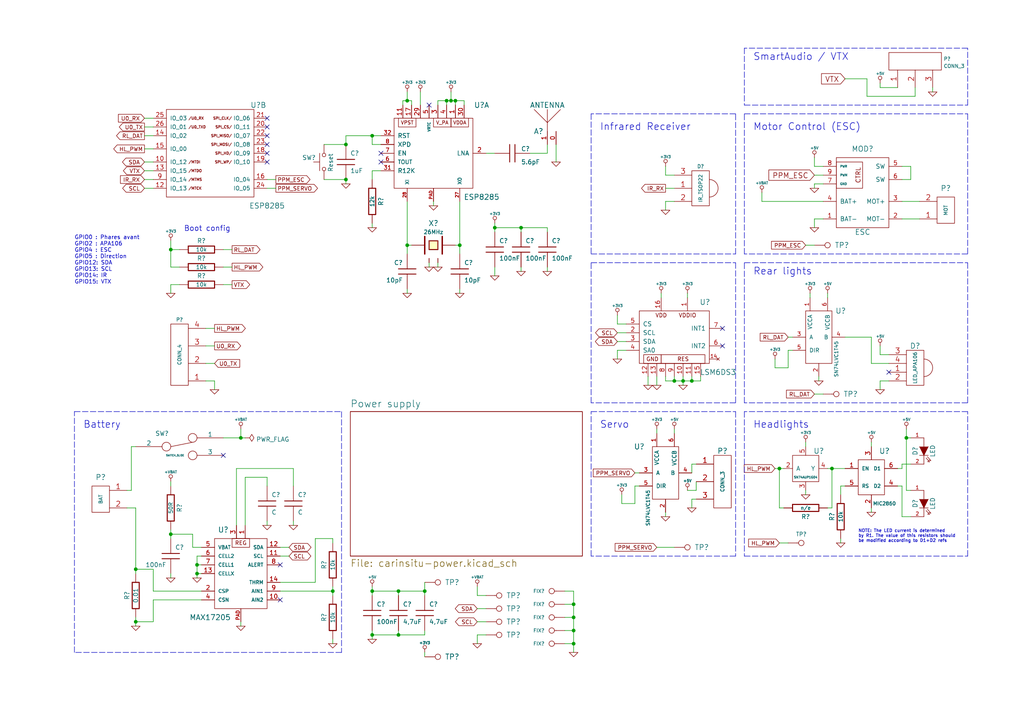
<source format=kicad_sch>
(kicad_sch (version 20211123) (generator eeschema)
  (paper "A4")
  (junction (at 49.53 72.39))
  (junction (at 96.52 171.45))
  (junction (at 151.13 66.04))
  (junction (at 195.58 110.49))
  (junction (at 100.33 41.91))
  (junction (at 118.11 29.21))
  (junction (at 49.53 154.94))
  (junction (at 57.15 166.37))
  (junction (at 241.3 135.89))
  (junction (at 118.11 71.12))
  (junction (at 57.15 163.83))
  (junction (at 200.66 110.49))
  (junction (at 166.37 182.88))
  (junction (at 262.89 127))
  (junction (at 39.37 165.1))
  (junction (at 133.35 71.12))
  (junction (at 107.95 39.37))
  (junction (at 198.12 110.49))
  (junction (at 143.51 66.04))
  (junction (at 166.37 179.07))
  (junction (at 226.06 135.89))
  (junction (at 132.08 29.21))
  (junction (at 123.19 171.45))
  (junction (at 100.33 52.07))
  (junction (at 166.37 175.26))
  (junction (at 166.37 186.69))
  (junction (at 129.54 29.21))
  (junction (at 69.85 127))
  (junction (at 115.57 184.15))
  (junction (at 39.37 180.34))
  (junction (at 115.57 171.45))
  (junction (at 107.95 171.45))
  (junction (at 130.81 29.21))
  (junction (at 107.95 184.15))
  (no_connect (at 77.47 44.45))
  (no_connect (at 209.55 95.25))
  (no_connect (at 77.47 36.83))
  (no_connect (at 77.47 39.37))
  (no_connect (at 64.77 132.08))
  (no_connect (at 110.49 46.99))
  (no_connect (at 77.47 34.29))
  (no_connect (at 110.49 44.45))
  (no_connect (at 124.46 30.48))
  (no_connect (at 209.55 100.33))
  (no_connect (at 81.28 173.99))
  (no_connect (at 257.81 107.95))
  (no_connect (at 77.47 41.91))
  (no_connect (at 77.47 46.99))
  (no_connect (at 81.28 163.83))
  (wire (pts (xy 226.06 135.89) (xy 226.06 147.32)))
  (wire (pts (xy 226.06 135.89) (xy 227.33 135.89)))
  (wire (pts (xy 38.1 129.54) (xy 38.1 142.24)))
  (polyline (pts (xy 213.36 33.02) (xy 171.45 33.02)))
  (wire (pts (xy 236.22 63.5) (xy 238.76 63.5)))
  (wire (pts (xy 107.95 171.45) (xy 107.95 170.18)))
  (wire (pts (xy 57.15 166.37) (xy 58.42 166.37)))
  (wire (pts (xy 179.07 104.14) (xy 179.07 101.6)))
  (wire (pts (xy 252.73 128.27) (xy 252.73 129.54)))
  (wire (pts (xy 241.3 147.32) (xy 241.3 135.89)))
  (wire (pts (xy 262.89 124.46) (xy 262.89 127)))
  (wire (pts (xy 158.75 66.04) (xy 158.75 67.31)))
  (wire (pts (xy 200.66 109.22) (xy 200.66 110.49)))
  (wire (pts (xy 107.95 184.15) (xy 115.57 184.15)))
  (wire (pts (xy 130.81 26.67) (xy 130.81 29.21)))
  (polyline (pts (xy 213.36 76.2) (xy 213.36 116.84)))
  (wire (pts (xy 198.12 110.49) (xy 198.12 111.76)))
  (wire (pts (xy 200.66 137.16) (xy 200.66 134.62)))
  (wire (pts (xy 49.53 85.09) (xy 49.53 82.55)))
  (wire (pts (xy 260.35 135.89) (xy 261.62 135.89)))
  (wire (pts (xy 193.04 50.8) (xy 195.58 50.8)))
  (polyline (pts (xy 215.9 76.2) (xy 280.67 76.2)))
  (wire (pts (xy 224.79 104.14) (xy 224.79 106.68)))
  (wire (pts (xy 261.62 135.89) (xy 261.62 134.62)))
  (wire (pts (xy 115.57 182.88) (xy 115.57 184.15)))
  (wire (pts (xy 233.68 71.12) (xy 236.22 71.12)))
  (wire (pts (xy 107.95 184.15) (xy 107.95 182.88)))
  (wire (pts (xy 107.95 52.07) (xy 107.95 49.53)))
  (wire (pts (xy 129.54 30.48) (xy 129.54 29.21)))
  (wire (pts (xy 240.03 86.36) (xy 240.03 85.09)))
  (wire (pts (xy 62.23 95.25) (xy 59.69 95.25)))
  (wire (pts (xy 151.13 66.04) (xy 158.75 66.04)))
  (wire (pts (xy 41.91 39.37) (xy 44.45 39.37)))
  (wire (pts (xy 190.5 124.46) (xy 190.5 125.73)))
  (wire (pts (xy 255.27 24.13) (xy 255.27 25.4)))
  (wire (pts (xy 69.85 181.61) (xy 69.85 180.34)))
  (wire (pts (xy 265.43 25.4) (xy 265.43 27.94)))
  (polyline (pts (xy 280.67 33.02) (xy 280.67 73.66)))
  (wire (pts (xy 179.07 99.06) (xy 181.61 99.06)))
  (wire (pts (xy 243.84 157.48) (xy 243.84 156.21)))
  (wire (pts (xy 138.43 180.34) (xy 140.97 180.34)))
  (wire (pts (xy 107.95 39.37) (xy 110.49 39.37)))
  (wire (pts (xy 143.51 66.04) (xy 143.51 67.31)))
  (wire (pts (xy 125.73 59.69) (xy 125.73 58.42)))
  (wire (pts (xy 69.85 127) (xy 64.77 127)))
  (wire (pts (xy 85.09 135.89) (xy 85.09 140.97)))
  (wire (pts (xy 107.95 41.91) (xy 107.95 39.37)))
  (wire (pts (xy 201.93 142.24) (xy 199.39 142.24)))
  (wire (pts (xy 140.97 176.53) (xy 138.43 176.53)))
  (polyline (pts (xy 171.45 76.2) (xy 213.36 76.2)))
  (wire (pts (xy 179.07 101.6) (xy 181.61 101.6)))
  (wire (pts (xy 200.66 144.78) (xy 201.93 144.78)))
  (wire (pts (xy 57.15 163.83) (xy 57.15 161.29)))
  (wire (pts (xy 138.43 184.15) (xy 140.97 184.15)))
  (polyline (pts (xy 280.67 76.2) (xy 280.67 116.84)))
  (wire (pts (xy 191.77 85.09) (xy 191.77 86.36)))
  (wire (pts (xy 49.53 153.67) (xy 49.53 154.94)))
  (wire (pts (xy 236.22 53.34) (xy 238.76 53.34)))
  (wire (pts (xy 49.53 167.64) (xy 49.53 166.37)))
  (wire (pts (xy 190.5 111.76) (xy 190.5 109.22)))
  (wire (pts (xy 251.46 27.94) (xy 251.46 22.86)))
  (wire (pts (xy 237.49 110.49) (xy 237.49 109.22)))
  (wire (pts (xy 91.44 156.21) (xy 96.52 156.21)))
  (wire (pts (xy 266.7 58.42) (xy 261.62 58.42)))
  (wire (pts (xy 67.31 72.39) (xy 64.77 72.39)))
  (wire (pts (xy 236.22 50.8) (xy 238.76 50.8)))
  (wire (pts (xy 41.91 49.53) (xy 44.45 49.53)))
  (wire (pts (xy 251.46 22.86) (xy 245.11 22.86)))
  (wire (pts (xy 132.08 29.21) (xy 132.08 30.48)))
  (polyline (pts (xy 215.9 33.02) (xy 280.67 33.02)))
  (polyline (pts (xy 21.59 119.38) (xy 99.06 119.38)))
  (wire (pts (xy 49.53 72.39) (xy 52.07 72.39)))
  (wire (pts (xy 195.58 109.22) (xy 195.58 110.49)))
  (wire (pts (xy 187.96 111.76) (xy 187.96 109.22)))
  (wire (pts (xy 130.81 29.21) (xy 132.08 29.21)))
  (wire (pts (xy 49.53 77.47) (xy 52.07 77.47)))
  (wire (pts (xy 228.6 97.79) (xy 229.87 97.79)))
  (wire (pts (xy 81.28 158.75) (xy 83.82 158.75)))
  (wire (pts (xy 252.73 148.59) (xy 252.73 147.32)))
  (wire (pts (xy 39.37 165.1) (xy 39.37 166.37)))
  (wire (pts (xy 64.77 77.47) (xy 67.31 77.47)))
  (wire (pts (xy 115.57 171.45) (xy 123.19 171.45)))
  (wire (pts (xy 264.16 127) (xy 262.89 127)))
  (wire (pts (xy 123.19 184.15) (xy 123.19 182.88)))
  (wire (pts (xy 57.15 161.29) (xy 58.42 161.29)))
  (wire (pts (xy 261.62 140.97) (xy 261.62 149.86)))
  (wire (pts (xy 127 29.21) (xy 129.54 29.21)))
  (wire (pts (xy 127 29.21) (xy 127 30.48)))
  (wire (pts (xy 118.11 85.09) (xy 118.11 83.82)))
  (wire (pts (xy 193.04 54.61) (xy 195.58 54.61)))
  (wire (pts (xy 255.27 102.87) (xy 255.27 100.33)))
  (wire (pts (xy 49.53 154.94) (xy 49.53 156.21)))
  (polyline (pts (xy 21.59 189.23) (xy 21.59 119.38)))
  (wire (pts (xy 118.11 29.21) (xy 119.38 29.21)))
  (wire (pts (xy 179.07 96.52) (xy 181.61 96.52)))
  (wire (pts (xy 264.16 52.07) (xy 261.62 52.07)))
  (wire (pts (xy 228.6 106.68) (xy 228.6 101.6)))
  (wire (pts (xy 100.33 39.37) (xy 100.33 41.91)))
  (wire (pts (xy 107.95 66.04) (xy 107.95 64.77)))
  (wire (pts (xy 163.83 171.45) (xy 166.37 171.45)))
  (wire (pts (xy 166.37 179.07) (xy 166.37 182.88)))
  (wire (pts (xy 179.07 91.44) (xy 179.07 93.98)))
  (wire (pts (xy 57.15 167.64) (xy 57.15 166.37)))
  (wire (pts (xy 118.11 71.12) (xy 118.11 73.66)))
  (polyline (pts (xy 280.67 73.66) (xy 215.9 73.66)))
  (wire (pts (xy 96.52 186.69) (xy 96.52 185.42)))
  (polyline (pts (xy 171.45 116.84) (xy 171.45 76.2)))
  (wire (pts (xy 119.38 29.21) (xy 119.38 30.48)))
  (wire (pts (xy 151.13 66.04) (xy 151.13 67.31)))
  (wire (pts (xy 262.89 127) (xy 262.89 142.24)))
  (wire (pts (xy 163.83 182.88) (xy 166.37 182.88)))
  (wire (pts (xy 233.68 143.51) (xy 233.68 142.24)))
  (wire (pts (xy 85.09 152.4) (xy 85.09 151.13)))
  (wire (pts (xy 132.08 29.21) (xy 134.62 29.21)))
  (polyline (pts (xy 215.9 161.29) (xy 280.67 161.29)))
  (wire (pts (xy 233.68 128.27) (xy 233.68 129.54)))
  (wire (pts (xy 44.45 171.45) (xy 58.42 171.45)))
  (polyline (pts (xy 213.36 73.66) (xy 213.36 33.02)))
  (wire (pts (xy 39.37 165.1) (xy 44.45 165.1)))
  (wire (pts (xy 64.77 82.55) (xy 67.31 82.55)))
  (wire (pts (xy 143.51 77.47) (xy 143.51 80.01)))
  (wire (pts (xy 166.37 171.45) (xy 166.37 175.26)))
  (wire (pts (xy 118.11 26.67) (xy 118.11 29.21)))
  (wire (pts (xy 44.45 36.83) (xy 41.91 36.83)))
  (wire (pts (xy 49.53 69.85) (xy 49.53 72.39)))
  (wire (pts (xy 228.6 101.6) (xy 229.87 101.6)))
  (wire (pts (xy 107.95 171.45) (xy 115.57 171.45)))
  (wire (pts (xy 151.13 78.74) (xy 151.13 77.47)))
  (wire (pts (xy 166.37 186.69) (xy 166.37 189.23)))
  (wire (pts (xy 195.58 124.46) (xy 195.58 125.73)))
  (wire (pts (xy 133.35 71.12) (xy 133.35 73.66)))
  (wire (pts (xy 199.39 86.36) (xy 199.39 85.09)))
  (wire (pts (xy 265.43 27.94) (xy 251.46 27.94)))
  (wire (pts (xy 124.46 77.47) (xy 124.46 76.2)))
  (wire (pts (xy 55.88 158.75) (xy 55.88 154.94)))
  (wire (pts (xy 220.98 58.42) (xy 238.76 58.42)))
  (wire (pts (xy 107.95 172.72) (xy 107.95 171.45)))
  (polyline (pts (xy 99.06 189.23) (xy 21.59 189.23)))
  (wire (pts (xy 39.37 147.32) (xy 39.37 165.1)))
  (wire (pts (xy 62.23 110.49) (xy 59.69 110.49)))
  (polyline (pts (xy 280.67 161.29) (xy 280.67 119.38)))
  (wire (pts (xy 138.43 186.69) (xy 138.43 184.15)))
  (wire (pts (xy 123.19 189.23) (xy 123.19 190.5)))
  (wire (pts (xy 158.75 44.45) (xy 158.75 41.91)))
  (wire (pts (xy 224.79 135.89) (xy 226.06 135.89)))
  (wire (pts (xy 228.6 157.48) (xy 226.06 157.48)))
  (polyline (pts (xy 215.9 13.97) (xy 215.9 30.48)))
  (wire (pts (xy 161.29 46.99) (xy 161.29 41.91)))
  (wire (pts (xy 264.16 48.26) (xy 264.16 52.07)))
  (wire (pts (xy 91.44 168.91) (xy 91.44 156.21)))
  (wire (pts (xy 201.93 139.7) (xy 201.93 142.24)))
  (wire (pts (xy 234.95 85.09) (xy 234.95 86.36)))
  (wire (pts (xy 243.84 143.51) (xy 243.84 140.97)))
  (wire (pts (xy 138.43 170.18) (xy 138.43 172.72)))
  (wire (pts (xy 243.84 140.97) (xy 245.11 140.97)))
  (wire (pts (xy 245.11 97.79) (xy 252.73 97.79)))
  (wire (pts (xy 241.3 135.89) (xy 245.11 135.89)))
  (wire (pts (xy 68.58 152.4) (xy 68.58 135.89)))
  (wire (pts (xy 198.12 109.22) (xy 198.12 110.49)))
  (wire (pts (xy 62.23 100.33) (xy 59.69 100.33)))
  (wire (pts (xy 166.37 182.88) (xy 166.37 186.69)))
  (wire (pts (xy 166.37 175.26) (xy 166.37 179.07)))
  (wire (pts (xy 123.19 168.91) (xy 123.19 171.45)))
  (wire (pts (xy 163.83 179.07) (xy 166.37 179.07)))
  (wire (pts (xy 116.84 29.21) (xy 116.84 30.48)))
  (wire (pts (xy 133.35 71.12) (xy 132.08 71.12)))
  (polyline (pts (xy 171.45 161.29) (xy 171.45 119.38)))
  (polyline (pts (xy 99.06 119.38) (xy 99.06 189.23)))
  (wire (pts (xy 77.47 138.43) (xy 77.47 140.97)))
  (wire (pts (xy 193.04 109.22) (xy 193.04 110.49)))
  (wire (pts (xy 198.12 110.49) (xy 200.66 110.49)))
  (wire (pts (xy 255.27 110.49) (xy 257.81 110.49)))
  (wire (pts (xy 252.73 97.79) (xy 252.73 105.41)))
  (wire (pts (xy 68.58 135.89) (xy 85.09 135.89)))
  (wire (pts (xy 220.98 55.88) (xy 220.98 58.42)))
  (wire (pts (xy 107.95 185.42) (xy 107.95 184.15)))
  (wire (pts (xy 261.62 134.62) (xy 264.16 134.62)))
  (wire (pts (xy 116.84 29.21) (xy 118.11 29.21)))
  (wire (pts (xy 55.88 154.94) (xy 49.53 154.94)))
  (wire (pts (xy 193.04 48.26) (xy 193.04 50.8)))
  (wire (pts (xy 143.51 64.77) (xy 143.51 66.04)))
  (wire (pts (xy 80.01 52.07) (xy 77.47 52.07)))
  (wire (pts (xy 121.92 26.67) (xy 121.92 30.48)))
  (wire (pts (xy 129.54 29.21) (xy 130.81 29.21)))
  (wire (pts (xy 93.98 52.07) (xy 100.33 52.07)))
  (wire (pts (xy 44.45 165.1) (xy 44.45 171.45)))
  (polyline (pts (xy 215.9 73.66) (xy 215.9 33.02)))
  (wire (pts (xy 190.5 158.75) (xy 195.58 158.75)))
  (wire (pts (xy 195.58 110.49) (xy 198.12 110.49)))
  (wire (pts (xy 240.03 147.32) (xy 241.3 147.32)))
  (wire (pts (xy 193.04 149.86) (xy 193.04 148.59)))
  (polyline (pts (xy 171.45 119.38) (xy 213.36 119.38)))
  (wire (pts (xy 200.66 110.49) (xy 203.2 110.49)))
  (wire (pts (xy 200.66 134.62) (xy 201.93 134.62)))
  (wire (pts (xy 71.12 152.4) (xy 71.12 138.43)))
  (wire (pts (xy 39.37 180.34) (xy 39.37 181.61)))
  (polyline (pts (xy 171.45 33.02) (xy 171.45 73.66)))
  (wire (pts (xy 203.2 110.49) (xy 203.2 109.22)))
  (wire (pts (xy 184.15 140.97) (xy 185.42 140.97)))
  (wire (pts (xy 252.73 105.41) (xy 257.81 105.41)))
  (wire (pts (xy 49.53 72.39) (xy 49.53 77.47)))
  (wire (pts (xy 41.91 52.07) (xy 44.45 52.07)))
  (wire (pts (xy 184.15 146.05) (xy 184.15 140.97)))
  (wire (pts (xy 180.34 143.51) (xy 180.34 146.05)))
  (wire (pts (xy 93.98 41.91) (xy 100.33 41.91)))
  (wire (pts (xy 69.85 127) (xy 71.12 127)))
  (wire (pts (xy 115.57 184.15) (xy 123.19 184.15)))
  (wire (pts (xy 163.83 186.69) (xy 166.37 186.69)))
  (wire (pts (xy 71.12 138.43) (xy 77.47 138.43)))
  (polyline (pts (xy 280.67 13.97) (xy 215.9 13.97)))
  (wire (pts (xy 261.62 149.86) (xy 264.16 149.86)))
  (wire (pts (xy 58.42 158.75) (xy 55.88 158.75)))
  (wire (pts (xy 80.01 54.61) (xy 77.47 54.61)))
  (wire (pts (xy 96.52 156.21) (xy 96.52 157.48)))
  (wire (pts (xy 240.03 135.89) (xy 241.3 135.89)))
  (wire (pts (xy 44.45 180.34) (xy 39.37 180.34)))
  (wire (pts (xy 133.35 85.09) (xy 133.35 83.82)))
  (wire (pts (xy 81.28 168.91) (xy 91.44 168.91)))
  (wire (pts (xy 134.62 29.21) (xy 134.62 30.48)))
  (wire (pts (xy 138.43 172.72) (xy 140.97 172.72)))
  (wire (pts (xy 236.22 54.61) (xy 236.22 53.34)))
  (wire (pts (xy 200.66 147.32) (xy 200.66 144.78)))
  (wire (pts (xy 180.34 146.05) (xy 184.15 146.05)))
  (wire (pts (xy 193.04 60.96) (xy 193.04 58.42)))
  (polyline (pts (xy 213.36 116.84) (xy 171.45 116.84)))
  (wire (pts (xy 49.53 82.55) (xy 52.07 82.55)))
  (wire (pts (xy 39.37 129.54) (xy 38.1 129.54)))
  (wire (pts (xy 58.42 173.99) (xy 44.45 173.99)))
  (wire (pts (xy 260.35 140.97) (xy 261.62 140.97)))
  (wire (pts (xy 163.83 175.26) (xy 166.37 175.26)))
  (polyline (pts (xy 280.67 116.84) (xy 215.9 116.84)))
  (wire (pts (xy 179.07 93.98) (xy 181.61 93.98)))
  (wire (pts (xy 133.35 58.42) (xy 133.35 71.12)))
  (wire (pts (xy 261.62 48.26) (xy 264.16 48.26)))
  (wire (pts (xy 41.91 34.29) (xy 44.45 34.29)))
  (wire (pts (xy 236.22 45.72) (xy 236.22 48.26)))
  (wire (pts (xy 41.91 54.61) (xy 44.45 54.61)))
  (wire (pts (xy 236.22 66.04) (xy 236.22 63.5)))
  (wire (pts (xy 59.69 105.41) (xy 62.23 105.41)))
  (wire (pts (xy 226.06 147.32) (xy 227.33 147.32)))
  (wire (pts (xy 143.51 66.04) (xy 151.13 66.04)))
  (polyline (pts (xy 280.67 30.48) (xy 280.67 13.97)))
  (polyline (pts (xy 213.36 119.38) (xy 213.36 161.29)))
  (wire (pts (xy 58.42 163.83) (xy 57.15 163.83)))
  (wire (pts (xy 96.52 171.45) (xy 96.52 172.72)))
  (wire (pts (xy 100.33 53.34) (xy 100.33 52.07)))
  (wire (pts (xy 262.89 142.24) (xy 264.16 142.24)))
  (wire (pts (xy 224.79 106.68) (xy 228.6 106.68)))
  (wire (pts (xy 255.27 25.4) (xy 260.35 25.4)))
  (wire (pts (xy 158.75 44.45) (xy 153.67 44.45)))
  (wire (pts (xy 41.91 46.99) (xy 44.45 46.99)))
  (wire (pts (xy 257.81 102.87) (xy 255.27 102.87)))
  (wire (pts (xy 158.75 78.74) (xy 158.75 77.47)))
  (polyline (pts (xy 215.9 30.48) (xy 280.67 30.48)))
  (wire (pts (xy 57.15 166.37) (xy 57.15 163.83)))
  (wire (pts (xy 115.57 171.45) (xy 115.57 172.72)))
  (wire (pts (xy 81.28 171.45) (xy 96.52 171.45)))
  (wire (pts (xy 270.51 25.4) (xy 270.51 26.67)))
  (wire (pts (xy 69.85 127) (xy 69.85 124.46)))
  (wire (pts (xy 236.22 48.26) (xy 238.76 48.26)))
  (wire (pts (xy 44.45 173.99) (xy 44.45 180.34)))
  (wire (pts (xy 39.37 147.32) (xy 36.83 147.32)))
  (wire (pts (xy 110.49 41.91) (xy 107.95 41.91)))
  (wire (pts (xy 41.91 43.18) (xy 44.45 43.18)))
  (wire (pts (xy 100.33 39.37) (xy 107.95 39.37)))
  (wire (pts (xy 38.1 142.24) (xy 36.83 142.24)))
  (wire (pts (xy 77.47 152.4) (xy 77.47 151.13)))
  (wire (pts (xy 261.62 63.5) (xy 266.7 63.5)))
  (wire (pts (xy 39.37 179.07) (xy 39.37 180.34)))
  (wire (pts (xy 193.04 58.42) (xy 195.58 58.42)))
  (wire (pts (xy 83.82 161.29) (xy 81.28 161.29)))
  (wire (pts (xy 96.52 170.18) (xy 96.52 171.45)))
  (wire (pts (xy 193.04 110.49) (xy 195.58 110.49)))
  (wire (pts (xy 143.51 44.45) (xy 140.97 44.45)))
  (wire (pts (xy 49.53 139.7) (xy 49.53 140.97)))
  (wire (pts (xy 236.22 114.3) (xy 238.76 114.3)))
  (wire (pts (xy 255.27 113.03) (xy 255.27 110.49)))
  (polyline (pts (xy 171.45 73.66) (xy 213.36 73.66)))
  (wire (pts (xy 118.11 71.12) (xy 119.38 71.12)))
  (polyline (pts (xy 215.9 119.38) (xy 215.9 161.29)))
  (polyline (pts (xy 215.9 116.84) (xy 215.9 76.2)))
  (wire (pts (xy 127 77.47) (xy 127 76.2)))
  (wire (pts (xy 118.11 58.42) (xy 118.11 71.12)))
  (wire (pts (xy 123.19 171.45) (xy 123.19 172.72)))
  (wire (pts (xy 107.95 49.53) (xy 110.49 49.53)))
  (polyline (pts (xy 213.36 161.29) (xy 171.45 161.29)))
  (wire (pts (xy 62.23 113.03) (xy 62.23 110.49)))
  (wire (pts (xy 185.42 137.16) (xy 184.15 137.16)))
  (polyline (pts (xy 280.67 119.38) (xy 215.9 119.38)))
  (text "Rear lights" (at 218.44 80.01 0) (effects (font (size 2.032 2.032)) (justify left bottom)))
  (text "NOTE: The LED current is determined\nby R1. The value of this resistors should\nbe modified according to D1+D2 refs" (at 248.92 157.48 0) (effects (font (size 0.889 0.889)) (justify left bottom)))
  (text "SmartAudio / VTX" (at 218.44 17.78 0) (effects (font (size 2.032 2.032)) (justify left bottom)))
  (text "Servo" (at 173.99 124.46 0) (effects (font (size 2.032 2.032)) (justify left bottom)))
  (text "Boot config" (at 53.34 67.31 0) (effects (font (size 1.524 1.524)) (justify left bottom)))
  (text "Infrared Receiver" (at 173.99 38.1 0) (effects (font (size 2.032 2.032)) (justify left bottom)))
  (text "GPIO0 : Phares avant\nGPIO2 : APA106\nGPIO4 : ESC\nGPIO5 : Direction\nGPIO12: SDA\nGPIO13: SCL\nGPIO14: IR\nGPIO15: VTX" (at 21.59 82.55 0) (effects (font (size 1.143 1.143)) (justify left bottom)))
  (text "Headlights" (at 218.44 124.46 0) (effects (font (size 2.032 2.032)) (justify left bottom)))
  (text "Battery" (at 24.13 124.46 0) (effects (font (size 2.032 2.032)) (justify left bottom)))
  (text "Motor Control (ESC)" (at 218.44 38.1 0) (effects (font (size 2.032 2.032)) (justify left bottom)))
  (global_label "HL_PWM" (shape input) (at 224.79 135.89 180) (effects (font (size 1.143 1.143))) (property "Références Inter-Feuilles" "${INTERSHEET_REFS}" (effects hide)))
  (global_label "SDA" (shape bidirectional) (at 138.43 176.53 180) (effects (font (size 1.143 1.143))) (property "Références Inter-Feuilles" "${INTERSHEET_REFS}" (effects hide)))
  (global_label "U0_TX" (shape output) (at 41.91 36.83 180) (effects (font (size 1.143 1.143))) (property "Références Inter-Feuilles" "${INTERSHEET_REFS}" (effects hide)))
  (global_label "SCL" (shape bidirectional) (at 41.91 54.61 180) (effects (font (size 1.143 1.143))) (property "Références Inter-Feuilles" "${INTERSHEET_REFS}" (effects hide)))
  (global_label "SCL" (shape bidirectional) (at 138.43 180.34 180) (effects (font (size 1.143 1.143))) (property "Références Inter-Feuilles" "${INTERSHEET_REFS}" (effects hide)))
  (global_label "SCL" (shape bidirectional) (at 83.82 161.29 0) (effects (font (size 1.143 1.143))) (property "Références Inter-Feuilles" "${INTERSHEET_REFS}" (effects hide)))
  (global_label "PPM_ESC" (shape input) (at 236.22 50.8 180) (effects (font (size 1.524 1.524))) (property "Références Inter-Feuilles" "${INTERSHEET_REFS}" (effects hide)))
  (global_label "HL_PWM" (shape output) (at 41.91 43.18 180) (effects (font (size 1.143 1.143))) (property "Références Inter-Feuilles" "${INTERSHEET_REFS}" (effects hide)))
  (global_label "SDA" (shape bidirectional) (at 179.07 99.06 180) (effects (font (size 1.143 1.143))) (property "Références Inter-Feuilles" "${INTERSHEET_REFS}" (effects hide)))
  (global_label "VTX" (shape output) (at 67.31 82.55 0) (effects (font (size 1.143 1.143))) (property "Références Inter-Feuilles" "${INTERSHEET_REFS}" (effects hide)))
  (global_label "VTX" (shape bidirectional) (at 41.91 49.53 180) (effects (font (size 1.143 1.143))) (property "Références Inter-Feuilles" "${INTERSHEET_REFS}" (effects hide)))
  (global_label "IR_RX" (shape input) (at 41.91 52.07 180) (effects (font (size 1.143 1.143))) (property "Références Inter-Feuilles" "${INTERSHEET_REFS}" (effects hide)))
  (global_label "SDA" (shape bidirectional) (at 41.91 46.99 180) (effects (font (size 1.143 1.143))) (property "Références Inter-Feuilles" "${INTERSHEET_REFS}" (effects hide)))
  (global_label "RL_DAT" (shape output) (at 41.91 39.37 180) (effects (font (size 1.143 1.143))) (property "Références Inter-Feuilles" "${INTERSHEET_REFS}" (effects hide)))
  (global_label "RL_DAT" (shape input) (at 236.22 114.3 180) (effects (font (size 1.143 1.143))) (property "Références Inter-Feuilles" "${INTERSHEET_REFS}" (effects hide)))
  (global_label "VTX" (shape input) (at 245.11 22.86 180) (effects (font (size 1.524 1.524))) (property "Références Inter-Feuilles" "${INTERSHEET_REFS}" (effects hide)))
  (global_label "U0_RX" (shape input) (at 41.91 34.29 180) (effects (font (size 1.143 1.143))) (property "Références Inter-Feuilles" "${INTERSHEET_REFS}" (effects hide)))
  (global_label "HL_PWM" (shape output) (at 62.23 95.25 0) (effects (font (size 1.143 1.143))) (property "Références Inter-Feuilles" "${INTERSHEET_REFS}" (effects hide)))
  (global_label "PPM_ESC" (shape input) (at 233.68 71.12 180) (effects (font (size 1.143 1.143))) (property "Références Inter-Feuilles" "${INTERSHEET_REFS}" (effects hide)))
  (global_label "IR_RX" (shape output) (at 193.04 54.61 180) (effects (font (size 1.143 1.143))) (property "Références Inter-Feuilles" "${INTERSHEET_REFS}" (effects hide)))
  (global_label "RL_DAT" (shape output) (at 67.31 72.39 0) (effects (font (size 1.143 1.143))) (property "Références Inter-Feuilles" "${INTERSHEET_REFS}" (effects hide)))
  (global_label "PPM_SERVO" (shape input) (at 190.5 158.75 180) (effects (font (size 1.143 1.143))) (property "Références Inter-Feuilles" "${INTERSHEET_REFS}" (effects hide)))
  (global_label "RL_DAT" (shape input) (at 228.6 97.79 180) (effects (font (size 1.143 1.143))) (property "Références Inter-Feuilles" "${INTERSHEET_REFS}" (effects hide)))
  (global_label "HL_PWM" (shape input) (at 226.06 157.48 180) (effects (font (size 1.143 1.143))) (property "Références Inter-Feuilles" "${INTERSHEET_REFS}" (effects hide)))
  (global_label "SCL" (shape bidirectional) (at 179.07 96.52 180) (effects (font (size 1.143 1.143))) (property "Références Inter-Feuilles" "${INTERSHEET_REFS}" (effects hide)))
  (global_label "PPM_SERVO" (shape output) (at 80.01 54.61 0) (effects (font (size 1.143 1.143))) (property "Références Inter-Feuilles" "${INTERSHEET_REFS}" (effects hide)))
  (global_label "U0_TX" (shape input) (at 62.23 105.41 0) (effects (font (size 1.143 1.143))) (property "Références Inter-Feuilles" "${INTERSHEET_REFS}" (effects hide)))
  (global_label "PPM_ESC" (shape output) (at 80.01 52.07 0) (effects (font (size 1.143 1.143))) (property "Références Inter-Feuilles" "${INTERSHEET_REFS}" (effects hide)))
  (global_label "U0_RX" (shape output) (at 62.23 100.33 0) (effects (font (size 1.143 1.143))) (property "Références Inter-Feuilles" "${INTERSHEET_REFS}" (effects hide)))
  (global_label "SDA" (shape bidirectional) (at 83.82 158.75 0) (effects (font (size 1.143 1.143))) (property "Références Inter-Feuilles" "${INTERSHEET_REFS}" (effects hide)))
  (global_label "PPM_SERVO" (shape input) (at 184.15 137.16 180) (effects (font (size 1.143 1.143))) (property "Références Inter-Feuilles" "${INTERSHEET_REFS}" (effects hide)))
  (global_label "HL_PWM" (shape output) (at 67.31 77.47 0) (effects (font (size 1.143 1.143))) (property "Références Inter-Feuilles" "${INTERSHEET_REFS}" (effects hide)))
  (symbol (lib_id "carinsitu:SWITCH_SLIDE") (at 52.07 129.54 0) (unit 1)
    (property "Reference" "SW?" (at 46.99 125.73 0))
    (property "Value" "SWITCH_SLIDE" (at 50.8 132.08 0) (effects (font (size 0.508 0.508))))
    (property "Footprint" "carinsitu:SW_L102xxxML" (effects hide))
    (property "Manufacturer" "C&K Components" (effects hide))
    (property "Manuf Ref" "L102011ML04Q" (effects hide))
    (property "Distributor" "Farnell" (effects hide))
    (property "Distrib Ref" "2931770" (effects hide))
  )
  (symbol (lib_id "carinsitu:ANTENNA") (at 158.75 41.91 0) (mirror y) (unit 1)
    (property "Reference" "A?" (at 156.21 38.1 0) (effects (font (size 1.524 1.524))))
    (property "Value" "ANTENNA" (at 158.75 30.48 0) (effects (font (size 1.524 1.524))))
    (property "Footprint" "carinsitu:CONN_UFL-R-SMT-1" (effects hide))
  )
  (symbol (lib_id "carinsitu:R") (at 233.68 147.32 270) (unit 1)
    (property "Reference" "R?" (at 233.68 149.86 90))
    (property "Value" "n/e" (at 233.68 147.32 90) (effects (font (size 1.016 1.016))))
    (property "Footprint" "carinsitu:SMD0603" (effects hide))
  )
  (symbol (lib_id "carinsitu:R") (at 107.95 58.42 0) (unit 1)
    (property "Reference" "R?" (at 110.49 58.42 90))
    (property "Value" "12k" (at 107.95 58.42 90) (effects (font (size 1.143 1.143))))
    (property "Footprint" "carinsitu:SMD0603" (effects hide))
  )
  (symbol (lib_id "carinsitu:CONN_1") (at 144.78 176.53 0) (unit 1)
    (property "Reference" "TP?" (at 146.812 176.53 0) (effects (font (size 1.524 1.524)) (justify left)))
    (property "Value" "CONN_1" (effects hide))
    (property "Footprint" "carinsitu:TP" (effects hide))
  )
  (symbol (lib_id "carinsitu:GND") (at 193.04 149.86 0) (unit 1)
    (property "Reference" "#PWR?" (effects hide))
    (property "Value" "GND" (effects hide))
  )
  (symbol (lib_id "carinsitu:CONN_1") (at 240.03 71.12 0) (unit 1)
    (property "Reference" "TP?" (at 242.062 71.12 0) (effects (font (size 1.524 1.524)) (justify left)))
    (property "Value" "CONN_1" (effects hide))
    (property "Footprint" "carinsitu:TP" (effects hide))
  )
  (symbol (lib_id "carinsitu:LED_APA106") (at 265.43 106.68 0) (unit 1)
    (property "Reference" "D?" (at 265.43 100.33 0) (effects (font (size 1.524 1.524))))
    (property "Value" "LED_APA106" (at 265.43 106.68 90) (effects (font (size 1.016 1.016))))
    (property "Footprint" "carinsitu:LED-APA106" (effects hide))
  )
  (symbol (lib_id "carinsitu:CONN_4") (at 52.07 102.87 180) (unit 1)
    (property "Reference" "P?" (at 52.07 92.71 0) (effects (font (size 1.016 1.016))))
    (property "Value" "CONN_4" (at 52.07 102.87 90) (effects (font (size 1.016 1.016))))
    (property "Footprint" "carinsitu:CONN_61300411121" (effects hide))
  )
  (symbol (lib_id "carinsitu:+5V") (at 199.39 142.24 0) (unit 1)
    (property "Reference" "#PWR?" (effects hide))
    (property "Value" "+5V" (at 199.39 139.446 0) (effects (font (size 0.762 0.762))))
  )
  (symbol (lib_id "carinsitu:GND") (at 107.95 185.42 0) (unit 1)
    (property "Reference" "#PWR?" (effects hide))
    (property "Value" "GND" (effects hide))
  )
  (symbol (lib_id "carinsitu:GND") (at 107.95 66.04 0) (unit 1)
    (property "Reference" "#PWR?" (effects hide))
    (property "Value" "GND" (effects hide))
  )
  (symbol (lib_id "carinsitu:GND") (at 243.84 157.48 0) (unit 1)
    (property "Reference" "#PWR?" (effects hide))
    (property "Value" "GND" (effects hide))
  )
  (symbol (lib_id "carinsitu:C") (at 49.53 161.29 0) (unit 1)
    (property "Reference" "C?" (at 50.8 158.75 0) (effects (justify left)))
    (property "Value" "100nF" (at 48.26 163.83 0) (effects (justify right)))
    (property "Footprint" "carinsitu:SMD0603" (effects hide))
  )
  (symbol (lib_id "carinsitu:CONN_3") (at 265.43 17.78 90) (unit 1)
    (property "Reference" "P?" (at 273.685 17.0869 90) (effects (font (size 1.016 1.016)) (justify right)))
    (property "Value" "CONN_3" (at 273.685 19.1673 90) (effects (font (size 1.016 1.016)) (justify right)))
    (property "Footprint" "carinsitu:CONN_61300311121" (effects hide))
  )
  (symbol (lib_id "carinsitu:C") (at 77.47 146.05 0) (unit 1)
    (property "Reference" "C?" (at 78.74 143.51 0) (effects (justify left)))
    (property "Value" "C" (at 78.74 148.59 0) (effects (justify left)))
    (property "Footprint" "carinsitu:SMD0603" (effects hide))
  )
  (symbol (lib_id "carinsitu:CONN_1") (at 144.78 180.34 0) (unit 1)
    (property "Reference" "TP?" (at 146.812 180.34 0) (effects (font (size 1.524 1.524)) (justify left)))
    (property "Value" "CONN_1" (effects hide))
    (property "Footprint" "carinsitu:TP" (effects hide))
  )
  (symbol (lib_id "carinsitu:R") (at 96.52 163.83 0) (unit 1)
    (property "Reference" "R?" (at 93.98 163.83 90))
    (property "Value" "10k" (at 96.52 163.83 90) (effects (font (size 1.143 1.143))))
    (property "Footprint" "carinsitu:SMD0603" (effects hide))
  )
  (symbol (lib_id "carinsitu:GND") (at 187.96 111.76 0) (unit 1)
    (property "Reference" "#PWR?" (effects hide))
    (property "Value" "GND" (effects hide))
  )
  (symbol (lib_id "carinsitu:SN74LVC1T45") (at 237.49 97.79 0) (unit 1)
    (property "Reference" "U?" (at 243.84 90.17 0) (effects (font (size 1.524 1.524))))
    (property "Value" "SN74LVC1T45" (at 242.57 104.14 90) (effects (font (size 1.016 1.016))))
    (property "Footprint" "carinsitu:SOT23-6" (effects hide))
  )
  (symbol (lib_id "carinsitu:GND") (at 57.15 167.64 0) (unit 1)
    (property "Reference" "#PWR?" (effects hide))
    (property "Value" "GND" (effects hide))
  )
  (symbol (lib_id "carinsitu:C") (at 123.19 177.8 0) (unit 1)
    (property "Reference" "C?" (at 124.46 175.26 0) (effects (justify left)))
    (property "Value" "4,7uF" (at 124.46 180.34 0) (effects (justify left)))
    (property "Footprint" "carinsitu:SMD0805" (effects hide))
  )
  (symbol (lib_id "carinsitu:+3V3") (at 121.92 26.67 0) (unit 1)
    (property "Reference" "#PWR?" (effects hide))
    (property "Value" "+3V3" (at 121.92 23.876 0) (effects (font (size 0.762 0.762))))
  )
  (symbol (lib_id "carinsitu:GND") (at 62.23 113.03 0) (unit 1)
    (property "Reference" "#PWR?" (effects hide))
    (property "Value" "GND" (effects hide))
  )
  (symbol (lib_id "carinsitu:+5V") (at 252.73 128.27 0) (unit 1)
    (property "Reference" "#PWR?" (effects hide))
    (property "Value" "+5V" (at 252.73 125.476 0) (effects (font (size 0.762 0.762))))
  )
  (symbol (lib_id "carinsitu:CONN_1") (at 160.02 186.69 180) (unit 1)
    (property "Reference" "FIX?" (at 157.988 186.69 0) (effects (font (size 1.016 1.016)) (justify left)))
    (property "Value" "CONN_1" (effects hide))
    (property "Footprint" "carinsitu:FIX" (effects hide))
  )
  (symbol (lib_id "carinsitu:GND") (at 151.13 78.74 0) (unit 1)
    (property "Reference" "#PWR?" (effects hide))
    (property "Value" "GND" (effects hide))
  )
  (symbol (lib_id "carinsitu:+5V") (at 236.22 45.72 0) (unit 1)
    (property "Reference" "#PWR?" (effects hide))
    (property "Value" "+5V" (at 236.22 42.926 0) (effects (font (size 0.762 0.762))))
  )
  (symbol (lib_id "carinsitu:+3V3") (at 130.81 26.67 0) (unit 1)
    (property "Reference" "#PWR?" (effects hide))
    (property "Value" "+3V3" (at 130.81 23.876 0) (effects (font (size 0.762 0.762))))
  )
  (symbol (lib_id "carinsitu:CONN_1") (at 160.02 182.88 180) (unit 1)
    (property "Reference" "FIX?" (at 157.988 182.88 0) (effects (font (size 1.016 1.016)) (justify left)))
    (property "Value" "CONN_1" (effects hide))
    (property "Footprint" "carinsitu:FIX" (effects hide))
  )
  (symbol (lib_id "carinsitu:R") (at 58.42 82.55 90) (unit 1)
    (property "Reference" "R?" (at 58.42 80.01 90))
    (property "Value" "10k" (at 58.42 82.55 90) (effects (font (size 1.143 1.143))))
    (property "Footprint" "carinsitu:SMD0603" (effects hide))
  )
  (symbol (lib_id "carinsitu:+3V3") (at 199.39 85.09 0) (unit 1)
    (property "Reference" "#PWR?" (effects hide))
    (property "Value" "+3V3" (at 199.39 82.296 0) (effects (font (size 0.762 0.762))))
  )
  (symbol (lib_id "carinsitu:GND") (at 236.22 66.04 0) (unit 1)
    (property "Reference" "#PWR?" (effects hide))
    (property "Value" "GND" (effects hide))
  )
  (symbol (lib_id "carinsitu:R") (at 39.37 172.72 0) (unit 1)
    (property "Reference" "R?" (at 36.83 172.72 90))
    (property "Value" "0.01" (at 39.37 172.72 90))
    (property "Footprint" "carinsitu:SMD0805" (effects hide))
    (property "Manufacturer" "Vishay" (effects hide))
    (property "Manuf Ref" "WSLP0805R0100FEA18" (effects hide))
    (property "Distributor" "Farnell" (effects hide))
    (property "Distrib Ref" "2518222" (effects hide))
  )
  (symbol (lib_id "carinsitu:+VBAT") (at 220.98 55.88 0) (unit 1)
    (property "Reference" "#PWR?" (effects hide))
    (property "Value" "+VBAT" (at 220.98 53.086 0) (effects (font (size 0.762 0.762))))
  )
  (symbol (lib_id "carinsitu:LED") (at 267.97 146.05 0) (mirror x) (unit 1)
    (property "Reference" "D?" (at 265.43 146.05 90))
    (property "Value" "LED" (at 270.51 146.05 90))
    (property "Footprint" "carinsitu:LED" (effects hide))
  )
  (symbol (lib_id "carinsitu:+3V3") (at 234.95 85.09 0) (unit 1)
    (property "Reference" "#PWR?" (effects hide))
    (property "Value" "+3V3" (at 234.95 82.296 0) (effects (font (size 0.762 0.762))))
  )
  (symbol (lib_id "carinsitu:SN74AUP1G04") (at 233.68 135.89 0) (unit 1)
    (property "Reference" "U?" (at 237.49 130.81 0) (effects (font (size 1.524 1.524))))
    (property "Value" "SN74AUP1G04" (at 233.68 138.43 0) (effects (font (size 0.635 0.635))))
    (property "Footprint" "carinsitu:SC70-5" (effects hide))
    (property "Manufacturer" "Texas Instruments" (effects hide))
    (property "Manuf Ref" "SN74AUP1G04DCKR" (effects hide))
    (property "Distributor" "Farnell" (effects hide))
    (property "Distrib Ref" "3006540" (effects hide))
  )
  (symbol (lib_id "carinsitu:GND") (at 270.51 26.67 0) (unit 1)
    (property "Reference" "#PWR?" (effects hide))
    (property "Value" "GND" (effects hide))
  )
  (symbol (lib_id "carinsitu:GND") (at 49.53 85.09 0) (unit 1)
    (property "Reference" "#PWR?" (effects hide))
    (property "Value" "GND" (effects hide))
  )
  (symbol (lib_id "carinsitu:+VBAT") (at 49.53 139.7 0) (unit 1)
    (property "Reference" "#PWR?" (effects hide))
    (property "Value" "+VBAT" (at 49.53 136.906 0) (effects (font (size 0.762 0.762))))
  )
  (symbol (lib_id "carinsitu:R") (at 58.42 77.47 90) (unit 1)
    (property "Reference" "R?" (at 58.42 74.93 90))
    (property "Value" "10k" (at 58.42 77.47 90) (effects (font (size 1.143 1.143))))
    (property "Footprint" "carinsitu:SMD0603" (effects hide))
  )
  (symbol (lib_id "carinsitu:GND") (at 237.49 110.49 0) (unit 1)
    (property "Reference" "#PWR?" (effects hide))
    (property "Value" "GND" (effects hide))
  )
  (symbol (lib_id "carinsitu:+5V") (at 107.95 170.18 0) (unit 1)
    (property "Reference" "#PWR?" (effects hide))
    (property "Value" "+5V" (at 107.95 167.386 0) (effects (font (size 0.762 0.762))))
  )
  (symbol (lib_id "carinsitu:+3V3") (at 191.77 85.09 0) (unit 1)
    (property "Reference" "#PWR?" (effects hide))
    (property "Value" "+3V3" (at 191.77 82.296 0) (effects (font (size 0.762 0.762))))
  )
  (symbol (lib_id "carinsitu:GND") (at 255.27 113.03 0) (unit 1)
    (property "Reference" "#PWR?" (effects hide))
    (property "Value" "GND" (effects hide))
  )
  (symbol (lib_id "carinsitu:C") (at 148.59 44.45 270) (unit 1)
    (property "Reference" "C?" (at 151.13 43.18 90) (effects (justify left)))
    (property "Value" "5.6pF" (at 151.13 46.99 90) (effects (justify left)))
    (property "Footprint" "carinsitu:SMD0603" (effects hide))
  )
  (symbol (lib_id "carinsitu:C") (at 143.51 72.39 0) (unit 1)
    (property "Reference" "C?" (at 144.78 69.85 0) (effects (justify left)))
    (property "Value" "100nF" (at 144.78 74.93 0) (effects (justify left)))
    (property "Footprint" "carinsitu:SMD0603" (effects hide))
  )
  (symbol (lib_id "carinsitu:GND") (at 69.85 181.61 0) (unit 1)
    (property "Reference" "#PWR?" (effects hide))
    (property "Value" "GND" (effects hide))
  )
  (symbol (lib_id "carinsitu:GND") (at 252.73 148.59 0) (unit 1)
    (property "Reference" "#PWR?" (effects hide))
    (property "Value" "GND" (effects hide))
  )
  (symbol (lib_id "carinsitu:R") (at 96.52 179.07 180) (unit 1)
    (property "Reference" "R?" (at 93.98 179.07 90))
    (property "Value" "10k" (at 96.52 179.07 90) (effects (font (size 1.143 1.143))))
    (property "Footprint" "carinsitu:SMD0805" (effects hide))
  )
  (symbol (lib_id "carinsitu:GND") (at 77.47 152.4 0) (unit 1)
    (property "Reference" "#PWR?" (effects hide))
    (property "Value" "GND" (effects hide))
  )
  (symbol (lib_id "carinsitu:+3V3") (at 190.5 124.46 0) (unit 1)
    (property "Reference" "#PWR?" (effects hide))
    (property "Value" "+3V3" (at 190.5 121.666 0) (effects (font (size 0.762 0.762))))
  )
  (symbol (lib_id "carinsitu:CONN_3") (at 209.55 139.7 0) (unit 1)
    (property "Reference" "P?" (at 209.55 130.81 0) (effects (font (size 1.524 1.524))))
    (property "Value" "CONN_3" (at 209.55 139.7 90) (effects (font (size 1.016 1.016))))
    (property "Footprint" "carinsitu:CONN_61300311021" (effects hide))
    (property "Manufacturer" "Wurth Elektronik" (effects hide))
    (property "Manuf Ref" "61300311021" (effects hide))
    (property "Distributor" "Farnell" (effects hide))
    (property "Distrib Ref" "2356177" (effects hide))
  )
  (symbol (lib_id "carinsitu:CONN_1") (at 160.02 175.26 180) (unit 1)
    (property "Reference" "FIX?" (at 157.988 175.26 0) (effects (font (size 1.016 1.016)) (justify left)))
    (property "Value" "CONN_1" (effects hide))
    (property "Footprint" "carinsitu:FIX" (effects hide))
  )
  (symbol (lib_id "carinsitu:R") (at 243.84 149.86 180) (unit 1)
    (property "Reference" "R?" (at 241.3 149.86 90))
    (property "Value" "10k" (at 243.84 149.86 90) (effects (font (size 1.143 1.143))))
    (property "Footprint" "carinsitu:SMD0805" (effects hide))
  )
  (symbol (lib_id "carinsitu:CONN_1") (at 127 168.91 0) (unit 1)
    (property "Reference" "TP?" (at 129.032 168.91 0) (effects (font (size 1.524 1.524)) (justify left)))
    (property "Value" "CONN_1" (effects hide))
    (property "Footprint" "carinsitu:TP" (effects hide))
  )
  (symbol (lib_id "carinsitu:+3V3") (at 143.51 64.77 0) (unit 1)
    (property "Reference" "#PWR?" (effects hide))
    (property "Value" "+3V3" (at 143.51 61.976 0) (effects (font (size 0.762 0.762))))
  )
  (symbol (lib_id "carinsitu:CONN_1") (at 144.78 184.15 0) (unit 1)
    (property "Reference" "TP?" (at 146.812 184.15 0) (effects (font (size 1.524 1.524)) (justify left)))
    (property "Value" "CONN_1" (effects hide))
    (property "Footprint" "carinsitu:TP" (effects hide))
  )
  (symbol (lib_id "carinsitu:GND") (at 161.29 46.99 0) (unit 1)
    (property "Reference" "#PWR?" (effects hide))
    (property "Value" "GND" (effects hide))
  )
  (symbol (lib_id "carinsitu:GND") (at 118.11 85.09 0) (unit 1)
    (property "Reference" "#PWR?" (effects hide))
    (property "Value" "GND" (effects hide))
  )
  (symbol (lib_id "carinsitu:R") (at 58.42 72.39 90) (unit 1)
    (property "Reference" "R?" (at 58.42 69.85 90))
    (property "Value" "10k" (at 58.42 72.39 90) (effects (font (size 1.143 1.143))))
    (property "Footprint" "carinsitu:SMD0603" (effects hide))
  )
  (symbol (lib_id "carinsitu:C") (at 85.09 146.05 0) (unit 1)
    (property "Reference" "C?" (at 86.36 143.51 0) (effects (justify left)))
    (property "Value" "C" (at 86.36 148.59 0) (effects (justify left)))
    (property "Footprint" "carinsitu:SMD0603" (effects hide))
  )
  (symbol (lib_id "carinsitu:MAX17205") (at 69.85 166.37 0) (mirror y) (unit 1)
    (property "Reference" "U?" (at 64.77 153.67 0) (effects (font (size 1.524 1.524))))
    (property "Value" "MAX17205" (at 60.96 179.07 0) (effects (font (size 1.524 1.524))))
    (property "Footprint" "carinsitu:TDFN14" (effects hide))
    (property "Manufacturer" "Maxim Integrated" (effects hide))
    (property "Manuf Ref" "MAX17205G+00E" (effects hide))
    (property "Distributor" "Farnell" (effects hide))
    (property "Distrib Ref" "2909787" (effects hide))
  )
  (symbol (lib_id "carinsitu:LSM6D3") (at 195.58 97.79 0) (unit 1)
    (property "Reference" "U?" (at 204.47 87.63 0) (effects (font (size 1.524 1.524))))
    (property "Value" "LSM6DS3" (at 208.28 107.95 0) (effects (font (size 1.524 1.524))))
    (property "Footprint" "carinsitu:LGA-16" (effects hide))
    (property "Manufacturer" "ST" (effects hide))
    (property "Manuf Ref" "LSM6DS3HTR" (effects hide))
    (property "Distributor" "Farnell" (effects hide))
    (property "Distrib Ref" "2770317" (effects hide))
  )
  (symbol (lib_id "carinsitu:GND") (at 158.75 78.74 0) (unit 1)
    (property "Reference" "#PWR?" (effects hide))
    (property "Value" "GND" (effects hide))
  )
  (symbol (lib_id "carinsitu:+3V3") (at 49.53 69.85 0) (unit 1)
    (property "Reference" "#PWR?" (effects hide))
    (property "Value" "+3V3" (at 49.53 67.056 0) (effects (font (size 0.762 0.762))))
  )
  (symbol (lib_id "carinsitu:GND") (at 198.12 111.76 0) (unit 1)
    (property "Reference" "#PWR?" (effects hide))
    (property "Value" "GND" (effects hide))
  )
  (symbol (lib_id "carinsitu:+5V") (at 240.03 85.09 0) (unit 1)
    (property "Reference" "#PWR?" (effects hide))
    (property "Value" "+5V" (at 240.03 82.296 0) (effects (font (size 0.762 0.762))))
  )
  (symbol (lib_id "carinsitu:C") (at 133.35 78.74 0) (unit 1)
    (property "Reference" "C?" (at 134.62 76.2 0) (effects (justify left)))
    (property "Value" "10pF" (at 134.62 81.28 0) (effects (justify left)))
    (property "Footprint" "carinsitu:SMD0603" (effects hide))
  )
  (symbol (lib_id "carinsitu:+3V3") (at 193.04 48.26 0) (unit 1)
    (property "Reference" "#PWR?" (effects hide))
    (property "Value" "+3V3" (at 193.04 45.466 0) (effects (font (size 0.762 0.762))))
  )
  (symbol (lib_id "carinsitu:+5V") (at 255.27 100.33 0) (unit 1)
    (property "Reference" "#PWR?" (effects hide))
    (property "Value" "+5V" (at 255.27 97.536 0) (effects (font (size 0.762 0.762))))
  )
  (symbol (lib_id "carinsitu:GND") (at 39.37 181.61 0) (unit 1)
    (property "Reference" "#PWR?" (effects hide))
    (property "Value" "GND" (effects hide))
  )
  (symbol (lib_id "carinsitu:GND") (at 100.33 53.34 0) (unit 1)
    (property "Reference" "#PWR?" (effects hide))
    (property "Value" "GND" (effects hide))
  )
  (symbol (lib_id "carinsitu:CONN_1") (at 144.78 172.72 0) (unit 1)
    (property "Reference" "TP?" (at 146.812 172.72 0) (effects (font (size 1.524 1.524)) (justify left)))
    (property "Value" "CONN_1" (effects hide))
    (property "Footprint" "carinsitu:TP" (effects hide))
  )
  (symbol (lib_id "carinsitu:GND") (at 179.07 104.14 0) (unit 1)
    (property "Reference" "#PWR?" (effects hide))
    (property "Value" "GND" (effects hide))
  )
  (symbol (lib_id "carinsitu:C") (at 115.57 177.8 0) (unit 1)
    (property "Reference" "C?" (at 116.84 175.26 0) (effects (justify left)))
    (property "Value" "4,7uF" (at 116.84 180.34 0) (effects (justify left)))
    (property "Footprint" "carinsitu:SMD0805" (effects hide))
  )
  (symbol (lib_id "carinsitu:GND") (at 125.73 59.69 0) (unit 1)
    (property "Reference" "#PWR?" (effects hide))
    (property "Value" "GND" (effects hide))
  )
  (symbol (lib_id "carinsitu:GND") (at 96.52 186.69 0) (unit 1)
    (property "Reference" "#PWR?" (effects hide))
    (property "Value" "GND" (effects hide))
  )
  (symbol (lib_id "carinsitu:GND") (at 166.37 189.23 0) (unit 1)
    (property "Reference" "#PWR?" (effects hide))
    (property "Value" "GND" (effects hide))
  )
  (symbol (lib_id "carinsitu:+3V3") (at 233.68 128.27 0) (unit 1)
    (property "Reference" "#PWR?" (effects hide))
    (property "Value" "+3V3" (at 233.68 125.476 0) (effects (font (size 0.762 0.762))))
  )
  (symbol (lib_id "carinsitu:+3V3") (at 179.07 91.44 0) (unit 1)
    (property "Reference" "#PWR?" (effects hide))
    (property "Value" "+3V3" (at 179.07 88.646 0) (effects (font (size 0.762 0.762))))
  )
  (symbol (lib_id "carinsitu:CONN_1") (at 127 190.5 0) (unit 1)
    (property "Reference" "TP?" (at 129.032 190.5 0) (effects (font (size 1.524 1.524)) (justify left)))
    (property "Value" "CONN_1" (effects hide))
    (property "Footprint" "carinsitu:TP" (effects hide))
  )
  (symbol (lib_id "carinsitu:+5V") (at 255.27 24.13 0) (unit 1)
    (property "Reference" "#PWR?" (effects hide))
    (property "Value" "+5V" (at 255.27 21.336 0) (effects (font (size 0.762 0.762))))
  )
  (symbol (lib_id "carinsitu:+3V3") (at 180.34 143.51 0) (unit 1)
    (property "Reference" "#PWR?" (effects hide))
    (property "Value" "+3V3" (at 180.34 140.716 0) (effects (font (size 0.762 0.762))))
  )
  (symbol (lib_id "carinsitu:GND") (at 49.53 167.64 0) (unit 1)
    (property "Reference" "#PWR?" (effects hide))
    (property "Value" "GND" (effects hide))
  )
  (symbol (lib_id "carinsitu:ESP8285") (at 60.96 44.45 0) (unit 2)
    (property "Reference" "U?" (at 74.93 30.48 0) (effects (font (size 1.524 1.524))))
    (property "Value" "ESP8285" (at 77.47 59.69 0) (effects (font (size 1.524 1.524))))
    (property "Footprint" "carinsitu:QFN32" (effects hide))
  )
  (symbol (lib_id "carinsitu:GND") (at 236.22 54.61 0) (unit 1)
    (property "Reference" "#PWR?" (effects hide))
    (property "Value" "GND" (effects hide))
  )
  (symbol (lib_id "carinsitu:GND") (at 138.43 186.69 0) (unit 1)
    (property "Reference" "#PWR?" (effects hide))
    (property "Value" "GND" (effects hide))
  )
  (symbol (lib_id "carinsitu:GND") (at 200.66 147.32 0) (unit 1)
    (property "Reference" "#PWR?" (effects hide))
    (property "Value" "GND" (effects hide))
  )
  (symbol (lib_id "carinsitu:+VBAT") (at 69.85 124.46 0) (unit 1)
    (property "Reference" "#PWR?" (effects hide))
    (property "Value" "+VBAT" (at 69.85 121.666 0) (effects (font (size 0.762 0.762))))
  )
  (symbol (lib_id "carinsitu:IR_TSOP22") (at 203.2 54.61 0) (unit 1)
    (property "Reference" "D?" (at 203.2 48.26 0) (effects (font (size 1.016 1.016))))
    (property "Value" "IR_TSOP22" (at 203.2 54.61 90) (effects (font (size 1.016 1.016))))
    (property "Footprint" "carinsitu:CONN_61300311121" (effects hide))
  )
  (symbol (lib_id "carinsitu:CRYSTAL4") (at 125.73 71.12 0) (unit 1)
    (property "Reference" "X?" (at 125.73 64.77 0) (effects (font (size 1.524 1.524))))
    (property "Value" "26MHz" (at 125.73 67.31 0) (effects (font (size 1.143 1.143))))
    (property "Footprint" "carinsitu:Q_3.2x2.5" (effects hide))
    (property "Manufacturer" "Abracon" (effects hide))
    (property "Manuf Ref" "ABM8-26.000MHZ-10-1-U-T" (effects hide))
  )
  (symbol (lib_id "carinsitu:GND") (at 143.51 80.01 0) (unit 1)
    (property "Reference" "#PWR?" (effects hide))
    (property "Value" "GND" (effects hide))
  )
  (symbol (lib_id "power:PWR_FLAG") (at 71.12 127 270) (unit 1)
    (property "Reference" "#FLG?" (effects hide))
    (property "Value" "PWR_FLAG" (at 74.295 127.4338 90) (effects (justify left)))
  )
  (symbol (lib_id "carinsitu:+5V") (at 195.58 124.46 0) (unit 1)
    (property "Reference" "#PWR?" (effects hide))
    (property "Value" "+5V" (at 195.58 121.666 0) (effects (font (size 0.762 0.762))))
  )
  (symbol (lib_id "carinsitu:GND") (at 190.5 111.76 0) (unit 1)
    (property "Reference" "#PWR?" (effects hide))
    (property "Value" "GND" (effects hide))
  )
  (symbol (lib_id "carinsitu:+VBAT") (at 138.43 170.18 0) (unit 1)
    (property "Reference" "#PWR?" (effects hide))
    (property "Value" "+VBAT" (at 138.43 167.386 0) (effects (font (size 0.762 0.762))))
  )
  (symbol (lib_id "carinsitu:CONN_2") (at 274.32 60.96 0) (mirror x) (unit 1)
    (property "Reference" "P?" (at 274.32 54.61 0) (effects (font (size 1.524 1.524))))
    (property "Value" "MOT" (at 274.32 60.96 90) (effects (font (size 1.016 1.016))))
    (property "Footprint" "carinsitu:CONN_JST-XH-2" (effects hide))
    (property "Manufacturer" "JST" (effects hide))
    (property "Manuf Ref" "S2B-XH-A" (effects hide))
    (property "Distributor" "Farnell" (effects hide))
    (property "Distrib Ref" "1516289" (effects hide))
  )
  (symbol (lib_id "carinsitu:C") (at 107.95 177.8 0) (unit 1)
    (property "Reference" "C?" (at 109.22 175.26 0) (effects (justify left)))
    (property "Value" "100nF" (at 109.22 180.34 0) (effects (justify left)))
    (property "Footprint" "carinsitu:SMD0603" (effects hide))
  )
  (symbol (lib_id "carinsitu:GND") (at 85.09 152.4 0) (unit 1)
    (property "Reference" "#PWR?" (effects hide))
    (property "Value" "GND" (effects hide))
  )
  (symbol (lib_id "carinsitu:MIC2860") (at 252.73 138.43 0) (unit 1)
    (property "Reference" "U?" (at 256.54 130.81 0) (effects (font (size 1.524 1.524))))
    (property "Value" "MIC2860" (at 256.54 146.05 0) (effects (font (size 1.016 1.016))))
    (property "Footprint" "carinsitu:SOT23-6" (effects hide))
    (property "Manufacturer" "Microchip" (effects hide))
    (property "Manuf Ref" "MIC2860-2PYD6" (effects hide))
    (property "Distributor" "Farnell" (effects hide))
    (property "Distrib Ref" "2509995" (effects hide))
  )
  (symbol (lib_id "carinsitu:CONN_2") (at 29.21 144.78 0) (mirror y) (unit 1)
    (property "Reference" "P?" (at 29.21 138.43 0) (effects (font (size 1.524 1.524))))
    (property "Value" "BAT" (at 29.21 144.78 90) (effects (font (size 1.016 1.016))))
    (property "Footprint" "carinsitu:CONN_61300211021" (effects hide))
    (property "Manufacturer" "Wurth" (effects hide))
    (property "Manuf Ref" "61300211021" (effects hide))
    (property "Distributor" "Farnell" (effects hide))
    (property "Distrib Ref" "2356176" (effects hide))
  )
  (symbol (lib_id "carinsitu:GND") (at 133.35 85.09 0) (unit 1)
    (property "Reference" "#PWR?" (effects hide))
    (property "Value" "GND" (effects hide))
  )
  (symbol (lib_id "carinsitu:CONN_1") (at 160.02 179.07 180) (unit 1)
    (property "Reference" "FIX?" (at 157.988 179.07 0) (effects (font (size 1.016 1.016)) (justify left)))
    (property "Value" "CONN_1" (effects hide))
    (property "Footprint" "carinsitu:FIX" (effects hide))
  )
  (symbol (lib_id "carinsitu:+5V") (at 262.89 124.46 0) (unit 1)
    (property "Reference" "#PWR?" (effects hide))
    (property "Value" "+5V" (at 262.89 121.666 0) (effects (font (size 0.762 0.762))))
  )
  (symbol (lib_id "carinsitu:CONN_1") (at 160.02 171.45 180) (unit 1)
    (property "Reference" "FIX?" (at 157.988 171.45 0) (effects (font (size 1.016 1.016)) (justify left)))
    (property "Value" "CONN_1" (effects hide))
    (property "Footprint" "carinsitu:FIX" (effects hide))
  )
  (symbol (lib_id "carinsitu:C") (at 118.11 78.74 0) (unit 1)
    (property "Reference" "C?" (at 116.84 76.2 0) (effects (justify right)))
    (property "Value" "10pF" (at 116.84 81.28 0) (effects (justify right)))
    (property "Footprint" "carinsitu:SMD0603" (effects hide))
  )
  (symbol (lib_id "carinsitu:+3V3") (at 118.11 26.67 0) (unit 1)
    (property "Reference" "#PWR?" (effects hide))
    (property "Value" "+3V3" (at 118.11 23.876 0) (effects (font (size 0.762 0.762))))
  )
  (symbol (lib_id "carinsitu:SN74LVC1T45") (at 193.04 137.16 0) (unit 1)
    (property "Reference" "U?" (at 185.42 129.54 0) (effects (font (size 1.524 1.524))))
    (property "Value" "SN74LVC1T45" (at 187.96 147.32 90) (effects (font (size 1.016 1.016))))
    (property "Footprint" "carinsitu:SOT23-6" (effects hide))
  )
  (symbol (lib_id "carinsitu:C") (at 158.75 72.39 0) (unit 1)
    (property "Reference" "C?" (at 160.02 69.85 0) (effects (justify left)))
    (property "Value" "100nF" (at 160.02 74.93 0) (effects (justify left)))
    (property "Footprint" "carinsitu:SMD0603" (effects hide))
  )
  (symbol (lib_id "carinsitu:GND") (at 233.68 143.51 0) (unit 1)
    (property "Reference" "#PWR?" (effects hide))
    (property "Value" "GND" (effects hide))
  )
  (symbol (lib_id "carinsitu:GND") (at 193.04 60.96 0) (unit 1)
    (property "Reference" "#PWR?" (effects hide))
    (property "Value" "GND" (effects hide))
  )
  (symbol (lib_id "carinsitu:ESC") (at 250.19 55.88 0) (unit 1)
    (property "Reference" "MOD?" (at 250.19 43.18 0) (effects (font (size 1.524 1.524))))
    (property "Value" "ESC" (at 250.19 67.31 0) (effects (font (size 1.524 1.524))))
    (property "Footprint" "carinsitu:ESC" (effects hide))
  )
  (symbol (lib_id "carinsitu:C") (at 100.33 46.99 0) (unit 1)
    (property "Reference" "C?" (at 101.6 44.45 0) (effects (justify left)))
    (property "Value" "1uF" (at 101.6 49.53 0) (effects (justify left)))
    (property "Footprint" "carinsitu:SMD0603" (effects hide))
  )
  (symbol (lib_id "carinsitu:+3V3") (at 224.79 104.14 0) (unit 1)
    (property "Reference" "#PWR?" (effects hide))
    (property "Value" "+3V3" (at 224.79 101.346 0) (effects (font (size 0.762 0.762))))
  )
  (symbol (lib_id "carinsitu:GND") (at 127 77.47 0) (unit 1)
    (property "Reference" "#PWR?" (effects hide))
    (property "Value" "GND" (effects hide))
  )
  (symbol (lib_id "carinsitu:LED") (at 267.97 130.81 0) (mirror x) (unit 1)
    (property "Reference" "D?" (at 265.43 130.81 90))
    (property "Value" "LED" (at 270.51 130.81 90))
    (property "Footprint" "carinsitu:LED" (effects hide))
  )
  (symbol (lib_id "carinsitu:C") (at 151.13 72.39 0) (unit 1)
    (property "Reference" "C?" (at 152.4 69.85 0) (effects (justify left)))
    (property "Value" "100nF" (at 152.4 74.93 0) (effects (justify left)))
    (property "Footprint" "carinsitu:SMD0603" (effects hide))
  )
  (symbol (lib_id "carinsitu:CONN_1") (at 199.39 158.75 0) (unit 1)
    (property "Reference" "TP?" (at 201.422 158.75 0) (effects (font (size 1.524 1.524)) (justify left)))
    (property "Value" "CONN_1" (effects hide))
    (property "Footprint" "carinsitu:TP" (effects hide))
  )
  (symbol (lib_id "Switch:SW_Push") (at 93.98 46.99 90) (unit 1)
    (property "Reference" "SW?" (at 87.63 45.72 90) (effects (justify right)))
    (property "Value" "Reset" (at 95.885 44.45 0) (effects (justify right)))
    (property "Footprint" "Button_Switch_SMD:SW_Push_1P1T_NO_6x6mm_H9.5mm" (effects hide))
  )
  (symbol (lib_id "carinsitu:R") (at 49.53 147.32 0) (unit 1)
    (property "Reference" "R?" (at 52.07 147.32 90))
    (property "Value" "50R" (at 49.53 147.32 90) (effects (font (size 1.143 1.143))))
    (property "Footprint" "carinsitu:SMD0603" (effects hide))
    (property "Manufacturer" "Vishay" (effects hide))
    (property "Manuf Ref" "CRCW060350R0FKEA" (effects hide))
    (property "Distributor" "Farnell" (effects hide))
    (property "Distrib Ref" "2112878" (effects hide))
  )
  (symbol (lib_id "carinsitu:ESP8285") (at 125.73 44.45 0) (unit 1)
    (property "Reference" "U?" (at 139.7 30.48 0) (effects (font (size 1.524 1.524))))
    (property "Value" "ESP8285" (at 139.7 57.15 0) (effects (font (size 1.524 1.524))))
    (property "Footprint" "carinsitu:QFN32" (effects hide))
  )
  (symbol (lib_id "carinsitu:CONN_1") (at 242.57 114.3 0) (unit 1)
    (property "Reference" "TP?" (at 244.602 114.3 0) (effects (font (size 1.524 1.524)) (justify left)))
    (property "Value" "CONN_1" (effects hide))
    (property "Footprint" "carinsitu:TP" (effects hide))
  )
  (symbol (lib_id "carinsitu:GND") (at 124.46 77.47 0) (unit 1)
    (property "Reference" "#PWR?" (effects hide))
    (property "Value" "GND" (effects hide))
  )
  (symbol (lib_id "carinsitu:CONN_1") (at 232.41 157.48 0) (unit 1)
    (property "Reference" "TP?" (at 232.41 154.94 0) (effects (font (size 1.143 1.143))))
    (property "Value" "CONN_1" (effects hide))
    (property "Footprint" "carinsitu:TP" (effects hide))
  )
  (symbol (lib_id "carinsitu:+3V3") (at 123.19 189.23 0) (unit 1)
    (property "Reference" "#PWR?" (effects hide))
    (property "Value" "+3V3" (at 123.19 186.436 0) (effects (font (size 0.762 0.762))))
  )
  (sheet (at 101.6 119.38) (size 67.31 41.91)
    (property "Sheet name" "Power supply" (at 101.6 118.2874 0) (effects (font (size 2.032 2.032)) (justify left bottom)))
    (property "Sheet file" "carinsitu-power.kicad_sch" (at 101.6 162.1794 0) (effects (font (size 2.032 2.032)) (justify left top)))
  )
)
</source>
